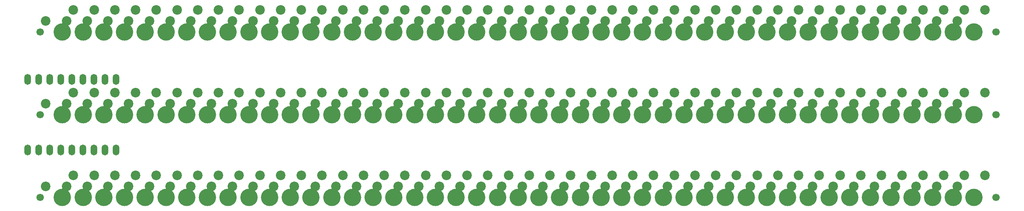
<source format=gbr>
%TF.GenerationSoftware,KiCad,Pcbnew,7.0.7*%
%TF.CreationDate,2023-09-15T12:25:31+10:00*%
%TF.ProjectId,fuckit,6675636b-6974-42e6-9b69-6361645f7063,rev?*%
%TF.SameCoordinates,Original*%
%TF.FileFunction,Soldermask,Top*%
%TF.FilePolarity,Negative*%
%FSLAX46Y46*%
G04 Gerber Fmt 4.6, Leading zero omitted, Abs format (unit mm)*
G04 Created by KiCad (PCBNEW 7.0.7) date 2023-09-15 12:25:31*
%MOMM*%
%LPD*%
G01*
G04 APERTURE LIST*
%ADD10C,1.700000*%
%ADD11C,4.000000*%
%ADD12C,2.200000*%
%ADD13O,1.500000X2.500000*%
G04 APERTURE END LIST*
D10*
%TO.C,SW106*%
X95567564Y-63361151D03*
D11*
X100647564Y-63361151D03*
D10*
X105727564Y-63361151D03*
D12*
X103187564Y-58281151D03*
X96837564Y-60821151D03*
%TD*%
D10*
%TO.C,SW38*%
X200342564Y-25261151D03*
D11*
X205422564Y-25261151D03*
D10*
X210502564Y-25261151D03*
D12*
X207962564Y-20181151D03*
X201612564Y-22721151D03*
%TD*%
D10*
%TO.C,SW105*%
X90805064Y-63361151D03*
D11*
X95885064Y-63361151D03*
D10*
X100965064Y-63361151D03*
D12*
X98425064Y-58281151D03*
X92075064Y-60821151D03*
%TD*%
D10*
%TO.C,SW113*%
X128905064Y-63361151D03*
D11*
X133985064Y-63361151D03*
D10*
X139065064Y-63361151D03*
D12*
X136525064Y-58281151D03*
X130175064Y-60821151D03*
%TD*%
D10*
%TO.C,SW28*%
X152717564Y-25261151D03*
D11*
X157797564Y-25261151D03*
D10*
X162877564Y-25261151D03*
D12*
X160337564Y-20181151D03*
X153987564Y-22721151D03*
%TD*%
D10*
%TO.C,SW127*%
X195580064Y-63361151D03*
D11*
X200660064Y-63361151D03*
D10*
X205740064Y-63361151D03*
D12*
X203200064Y-58281151D03*
X196850064Y-60821151D03*
%TD*%
D10*
%TO.C,SW76*%
X167005064Y-44311151D03*
D11*
X172085064Y-44311151D03*
D10*
X177165064Y-44311151D03*
D12*
X174625064Y-39231151D03*
X168275064Y-41771151D03*
%TD*%
D10*
%TO.C,SW62*%
X100330064Y-44311151D03*
D11*
X105410064Y-44311151D03*
D10*
X110490064Y-44311151D03*
D12*
X107950064Y-39231151D03*
X101600064Y-41771151D03*
%TD*%
D10*
%TO.C,SW91*%
X24130064Y-63361151D03*
D11*
X29210064Y-63361151D03*
D10*
X34290064Y-63361151D03*
D12*
X31750064Y-58281151D03*
X25400064Y-60821151D03*
%TD*%
D10*
%TO.C,SW131*%
X214630064Y-63361151D03*
D11*
X219710064Y-63361151D03*
D10*
X224790064Y-63361151D03*
D12*
X222250064Y-58281151D03*
X215900064Y-60821151D03*
%TD*%
D10*
%TO.C,SW120*%
X162242564Y-63361151D03*
D11*
X167322564Y-63361151D03*
D10*
X172402564Y-63361151D03*
D12*
X169862564Y-58281151D03*
X163512564Y-60821151D03*
%TD*%
D10*
%TO.C,SW68*%
X128905064Y-44311151D03*
D11*
X133985064Y-44311151D03*
D10*
X139065064Y-44311151D03*
D12*
X136525064Y-39231151D03*
X130175064Y-41771151D03*
%TD*%
D10*
%TO.C,SW27*%
X147955064Y-25261151D03*
D11*
X153035064Y-25261151D03*
D10*
X158115064Y-25261151D03*
D12*
X155575064Y-20181151D03*
X149225064Y-22721151D03*
%TD*%
D10*
%TO.C,SW114*%
X133667564Y-63361151D03*
D11*
X138747564Y-63361151D03*
D10*
X143827564Y-63361151D03*
D12*
X141287564Y-58281151D03*
X134937564Y-60821151D03*
%TD*%
D10*
%TO.C,SW12*%
X76517564Y-25261151D03*
D11*
X81597564Y-25261151D03*
D10*
X86677564Y-25261151D03*
D12*
X84137564Y-20181151D03*
X77787564Y-22721151D03*
%TD*%
D10*
%TO.C,SW59*%
X86042564Y-44311151D03*
D11*
X91122564Y-44311151D03*
D10*
X96202564Y-44311151D03*
D12*
X93662564Y-39231151D03*
X87312564Y-41771151D03*
%TD*%
D10*
%TO.C,SW52*%
X52705064Y-44311151D03*
D11*
X57785064Y-44311151D03*
D10*
X62865064Y-44311151D03*
D12*
X60325064Y-39231151D03*
X53975064Y-41771151D03*
%TD*%
D10*
%TO.C,SW129*%
X205105064Y-63361151D03*
D11*
X210185064Y-63361151D03*
D10*
X215265064Y-63361151D03*
D12*
X212725064Y-58281151D03*
X206375064Y-60821151D03*
%TD*%
D10*
%TO.C,SW33*%
X176530064Y-25261151D03*
D11*
X181610064Y-25261151D03*
D10*
X186690064Y-25261151D03*
D12*
X184150064Y-20181151D03*
X177800064Y-22721151D03*
%TD*%
D10*
%TO.C,SW56*%
X71755064Y-44311151D03*
D11*
X76835064Y-44311151D03*
D10*
X81915064Y-44311151D03*
D12*
X79375064Y-39231151D03*
X73025064Y-41771151D03*
%TD*%
D10*
%TO.C,SW45*%
X233680064Y-25261151D03*
D11*
X238760064Y-25261151D03*
D10*
X243840064Y-25261151D03*
D12*
X241300064Y-20181151D03*
X234950064Y-22721151D03*
%TD*%
D10*
%TO.C,SW118*%
X152717564Y-63361151D03*
D11*
X157797564Y-63361151D03*
D10*
X162877564Y-63361151D03*
D12*
X160337564Y-58281151D03*
X153987564Y-60821151D03*
%TD*%
D10*
%TO.C,SW87*%
X219392564Y-44311151D03*
D11*
X224472564Y-44311151D03*
D10*
X229552564Y-44311151D03*
D12*
X227012564Y-39231151D03*
X220662564Y-41771151D03*
%TD*%
D10*
%TO.C,SW22*%
X124142564Y-25261151D03*
D11*
X129222564Y-25261151D03*
D10*
X134302564Y-25261151D03*
D12*
X131762564Y-20181151D03*
X125412564Y-22721151D03*
%TD*%
D10*
%TO.C,SW14*%
X86042564Y-25261151D03*
D11*
X91122564Y-25261151D03*
D10*
X96202564Y-25261151D03*
D12*
X93662564Y-20181151D03*
X87312564Y-22721151D03*
%TD*%
D10*
%TO.C,SW97*%
X52705064Y-63361151D03*
D11*
X57785064Y-63361151D03*
D10*
X62865064Y-63361151D03*
D12*
X60325064Y-58281151D03*
X53975064Y-60821151D03*
%TD*%
D10*
%TO.C,SW128*%
X200342564Y-63361151D03*
D11*
X205422564Y-63361151D03*
D10*
X210502564Y-63361151D03*
D12*
X207962564Y-58281151D03*
X201612564Y-60821151D03*
%TD*%
D10*
%TO.C,SW36*%
X190817564Y-25261151D03*
D11*
X195897564Y-25261151D03*
D10*
X200977564Y-25261151D03*
D12*
X198437564Y-20181151D03*
X192087564Y-22721151D03*
%TD*%
D10*
%TO.C,SW84*%
X205105064Y-44311151D03*
D11*
X210185064Y-44311151D03*
D10*
X215265064Y-44311151D03*
D12*
X212725064Y-39231151D03*
X206375064Y-41771151D03*
%TD*%
D10*
%TO.C,SW73*%
X152717564Y-44311151D03*
D11*
X157797564Y-44311151D03*
D10*
X162877564Y-44311151D03*
D12*
X160337564Y-39231151D03*
X153987564Y-41771151D03*
%TD*%
D10*
%TO.C,SW83*%
X200342564Y-44311151D03*
D11*
X205422564Y-44311151D03*
D10*
X210502564Y-44311151D03*
D12*
X207962564Y-39231151D03*
X201612564Y-41771151D03*
%TD*%
D10*
%TO.C,SW134*%
X228917564Y-63361151D03*
D11*
X233997564Y-63361151D03*
D10*
X239077564Y-63361151D03*
D12*
X236537564Y-58281151D03*
X230187564Y-60821151D03*
%TD*%
D10*
%TO.C,SW125*%
X186055064Y-63361151D03*
D11*
X191135064Y-63361151D03*
D10*
X196215064Y-63361151D03*
D12*
X193675064Y-58281151D03*
X187325064Y-60821151D03*
%TD*%
D10*
%TO.C,SW69*%
X133667564Y-44311151D03*
D11*
X138747564Y-44311151D03*
D10*
X143827564Y-44311151D03*
D12*
X141287564Y-39231151D03*
X134937564Y-41771151D03*
%TD*%
D10*
%TO.C,SW2*%
X28892564Y-25261151D03*
D11*
X33972564Y-25261151D03*
D10*
X39052564Y-25261151D03*
D12*
X36512564Y-20181151D03*
X30162564Y-22721151D03*
%TD*%
D10*
%TO.C,SW51*%
X47942564Y-44311151D03*
D11*
X53022564Y-44311151D03*
D10*
X58102564Y-44311151D03*
D12*
X55562564Y-39231151D03*
X49212564Y-41771151D03*
%TD*%
D10*
%TO.C,SW26*%
X143192564Y-25261151D03*
D11*
X148272564Y-25261151D03*
D10*
X153352564Y-25261151D03*
D12*
X150812564Y-20181151D03*
X144462564Y-22721151D03*
%TD*%
D10*
%TO.C,SW8*%
X57467564Y-25261151D03*
D11*
X62547564Y-25261151D03*
D10*
X67627564Y-25261151D03*
D12*
X65087564Y-20181151D03*
X58737564Y-22721151D03*
%TD*%
D10*
%TO.C,SW30*%
X162242564Y-25261151D03*
D11*
X167322564Y-25261151D03*
D10*
X172402564Y-25261151D03*
D12*
X169862564Y-20181151D03*
X163512564Y-22721151D03*
%TD*%
D10*
%TO.C,SW58*%
X81280064Y-44311151D03*
D11*
X86360064Y-44311151D03*
D10*
X91440064Y-44311151D03*
D12*
X88900064Y-39231151D03*
X82550064Y-41771151D03*
%TD*%
D10*
%TO.C,SW102*%
X76517564Y-63361151D03*
D11*
X81597564Y-63361151D03*
D10*
X86677564Y-63361151D03*
D12*
X84137564Y-58281151D03*
X77787564Y-60821151D03*
%TD*%
D10*
%TO.C,SW133*%
X224155064Y-63361151D03*
D11*
X229235064Y-63361151D03*
D10*
X234315064Y-63361151D03*
D12*
X231775064Y-58281151D03*
X225425064Y-60821151D03*
%TD*%
D10*
%TO.C,SW9*%
X62230064Y-25261151D03*
D11*
X67310064Y-25261151D03*
D10*
X72390064Y-25261151D03*
D12*
X69850064Y-20181151D03*
X63500064Y-22721151D03*
%TD*%
D10*
%TO.C,SW98*%
X57467564Y-63361151D03*
D11*
X62547564Y-63361151D03*
D10*
X67627564Y-63361151D03*
D12*
X65087564Y-58281151D03*
X58737564Y-60821151D03*
%TD*%
D10*
%TO.C,SW48*%
X33655064Y-44311151D03*
D11*
X38735064Y-44311151D03*
D10*
X43815064Y-44311151D03*
D12*
X41275064Y-39231151D03*
X34925064Y-41771151D03*
%TD*%
D10*
%TO.C,SW126*%
X190817564Y-63361151D03*
D11*
X195897564Y-63361151D03*
D10*
X200977564Y-63361151D03*
D12*
X198437564Y-58281151D03*
X192087564Y-60821151D03*
%TD*%
D10*
%TO.C,SW60*%
X90805064Y-44311151D03*
D11*
X95885064Y-44311151D03*
D10*
X100965064Y-44311151D03*
D12*
X98425064Y-39231151D03*
X92075064Y-41771151D03*
%TD*%
D10*
%TO.C,SW5*%
X43180064Y-25261151D03*
D11*
X48260064Y-25261151D03*
D10*
X53340064Y-25261151D03*
D12*
X50800064Y-20181151D03*
X44450064Y-22721151D03*
%TD*%
D10*
%TO.C,SW66*%
X119380064Y-44311151D03*
D11*
X124460064Y-44311151D03*
D10*
X129540064Y-44311151D03*
D12*
X127000064Y-39231151D03*
X120650064Y-41771151D03*
%TD*%
D10*
%TO.C,SW112*%
X124142564Y-63361151D03*
D11*
X129222564Y-63361151D03*
D10*
X134302564Y-63361151D03*
D12*
X131762564Y-58281151D03*
X125412564Y-60821151D03*
%TD*%
D10*
%TO.C,SW77*%
X171767564Y-44311151D03*
D11*
X176847564Y-44311151D03*
D10*
X181927564Y-44311151D03*
D12*
X179387564Y-39231151D03*
X173037564Y-41771151D03*
%TD*%
D10*
%TO.C,SW74*%
X157480064Y-44311151D03*
D11*
X162560064Y-44311151D03*
D10*
X167640064Y-44311151D03*
D12*
X165100064Y-39231151D03*
X158750064Y-41771151D03*
%TD*%
D10*
%TO.C,SW116*%
X143192564Y-63361151D03*
D11*
X148272564Y-63361151D03*
D10*
X153352564Y-63361151D03*
D12*
X150812564Y-58281151D03*
X144462564Y-60821151D03*
%TD*%
D10*
%TO.C,SW110*%
X114617564Y-63361151D03*
D11*
X119697564Y-63361151D03*
D10*
X124777564Y-63361151D03*
D12*
X122237564Y-58281151D03*
X115887564Y-60821151D03*
%TD*%
D10*
%TO.C,SW39*%
X205105064Y-25261151D03*
D11*
X210185064Y-25261151D03*
D10*
X215265064Y-25261151D03*
D12*
X212725064Y-20181151D03*
X206375064Y-22721151D03*
%TD*%
D10*
%TO.C,SW43*%
X224155064Y-25261151D03*
D11*
X229235064Y-25261151D03*
D10*
X234315064Y-25261151D03*
D12*
X231775064Y-20181151D03*
X225425064Y-22721151D03*
%TD*%
D10*
%TO.C,SW3*%
X33655064Y-25261151D03*
D11*
X38735064Y-25261151D03*
D10*
X43815064Y-25261151D03*
D12*
X41275064Y-20181151D03*
X34925064Y-22721151D03*
%TD*%
D10*
%TO.C,SW96*%
X47942564Y-63361151D03*
D11*
X53022564Y-63361151D03*
D10*
X58102564Y-63361151D03*
D12*
X55562564Y-58281151D03*
X49212564Y-60821151D03*
%TD*%
D10*
%TO.C,SW115*%
X138430064Y-63361151D03*
D11*
X143510064Y-63361151D03*
D10*
X148590064Y-63361151D03*
D12*
X146050064Y-58281151D03*
X139700064Y-60821151D03*
%TD*%
D10*
%TO.C,SW53*%
X57467564Y-44311151D03*
D11*
X62547564Y-44311151D03*
D10*
X67627564Y-44311151D03*
D12*
X65087564Y-39231151D03*
X58737564Y-41771151D03*
%TD*%
D10*
%TO.C,SW44*%
X228917564Y-25261151D03*
D11*
X233997564Y-25261151D03*
D10*
X239077564Y-25261151D03*
D12*
X236537564Y-20181151D03*
X230187564Y-22721151D03*
%TD*%
D10*
%TO.C,SW1*%
X24130064Y-25261151D03*
D11*
X29210064Y-25261151D03*
D10*
X34290064Y-25261151D03*
D12*
X31750064Y-20181151D03*
X25400064Y-22721151D03*
%TD*%
D10*
%TO.C,SW42*%
X219392564Y-25261151D03*
D11*
X224472564Y-25261151D03*
D10*
X229552564Y-25261151D03*
D12*
X227012564Y-20181151D03*
X220662564Y-22721151D03*
%TD*%
D10*
%TO.C,SW21*%
X119380064Y-25261151D03*
D11*
X124460064Y-25261151D03*
D10*
X129540064Y-25261151D03*
D12*
X127000064Y-20181151D03*
X120650064Y-22721151D03*
%TD*%
D10*
%TO.C,SW11*%
X71755064Y-25261151D03*
D11*
X76835064Y-25261151D03*
D10*
X81915064Y-25261151D03*
D12*
X79375064Y-20181151D03*
X73025064Y-22721151D03*
%TD*%
D10*
%TO.C,SW99*%
X62230064Y-63361151D03*
D11*
X67310064Y-63361151D03*
D10*
X72390064Y-63361151D03*
D12*
X69850064Y-58281151D03*
X63500064Y-60821151D03*
%TD*%
D10*
%TO.C,SW24*%
X133667564Y-25261151D03*
D11*
X138747564Y-25261151D03*
D10*
X143827564Y-25261151D03*
D12*
X141287564Y-20181151D03*
X134937564Y-22721151D03*
%TD*%
D10*
%TO.C,SW13*%
X81280064Y-25261151D03*
D11*
X86360064Y-25261151D03*
D10*
X91440064Y-25261151D03*
D12*
X88900064Y-20181151D03*
X82550064Y-22721151D03*
%TD*%
D10*
%TO.C,SW10*%
X66992564Y-25261151D03*
D11*
X72072564Y-25261151D03*
D10*
X77152564Y-25261151D03*
D12*
X74612564Y-20181151D03*
X68262564Y-22721151D03*
%TD*%
D10*
%TO.C,SW104*%
X86042564Y-63361151D03*
D11*
X91122564Y-63361151D03*
D10*
X96202564Y-63361151D03*
D12*
X93662564Y-58281151D03*
X87312564Y-60821151D03*
%TD*%
D10*
%TO.C,SW63*%
X105092564Y-44311151D03*
D11*
X110172564Y-44311151D03*
D10*
X115252564Y-44311151D03*
D12*
X112712564Y-39231151D03*
X106362564Y-41771151D03*
%TD*%
D10*
%TO.C,SW37*%
X195580064Y-25261151D03*
D11*
X200660064Y-25261151D03*
D10*
X205740064Y-25261151D03*
D12*
X203200064Y-20181151D03*
X196850064Y-22721151D03*
%TD*%
D10*
%TO.C,SW31*%
X167005064Y-25261151D03*
D11*
X172085064Y-25261151D03*
D10*
X177165064Y-25261151D03*
D12*
X174625064Y-20181151D03*
X168275064Y-22721151D03*
%TD*%
D10*
%TO.C,SW17*%
X100330064Y-25261151D03*
D11*
X105410064Y-25261151D03*
D10*
X110490064Y-25261151D03*
D12*
X107950064Y-20181151D03*
X101600064Y-22721151D03*
%TD*%
D10*
%TO.C,SW86*%
X214630064Y-44311151D03*
D11*
X219710064Y-44311151D03*
D10*
X224790064Y-44311151D03*
D12*
X222250064Y-39231151D03*
X215900064Y-41771151D03*
%TD*%
D10*
%TO.C,SW41*%
X214630064Y-25261151D03*
D11*
X219710064Y-25261151D03*
D10*
X224790064Y-25261151D03*
D12*
X222250064Y-20181151D03*
X215900064Y-22721151D03*
%TD*%
D10*
%TO.C,SW122*%
X171767564Y-63361151D03*
D11*
X176847564Y-63361151D03*
D10*
X181927564Y-63361151D03*
D12*
X179387564Y-58281151D03*
X173037564Y-60821151D03*
%TD*%
D10*
%TO.C,SW89*%
X228917564Y-44311151D03*
D11*
X233997564Y-44311151D03*
D10*
X239077564Y-44311151D03*
D12*
X236537564Y-39231151D03*
X230187564Y-41771151D03*
%TD*%
D10*
%TO.C,SW72*%
X147955064Y-44311151D03*
D11*
X153035064Y-44311151D03*
D10*
X158115064Y-44311151D03*
D12*
X155575064Y-39231151D03*
X149225064Y-41771151D03*
%TD*%
D10*
%TO.C,SW80*%
X186055064Y-44311151D03*
D11*
X191135064Y-44311151D03*
D10*
X196215064Y-44311151D03*
D12*
X193675064Y-39231151D03*
X187325064Y-41771151D03*
%TD*%
D10*
%TO.C,SW67*%
X124142564Y-44311151D03*
D11*
X129222564Y-44311151D03*
D10*
X134302564Y-44311151D03*
D12*
X131762564Y-39231151D03*
X125412564Y-41771151D03*
%TD*%
D10*
%TO.C,SW25*%
X138430064Y-25261151D03*
D11*
X143510064Y-25261151D03*
D10*
X148590064Y-25261151D03*
D12*
X146050064Y-20181151D03*
X139700064Y-22721151D03*
%TD*%
D10*
%TO.C,SW90*%
X233680064Y-44311151D03*
D11*
X238760064Y-44311151D03*
D10*
X243840064Y-44311151D03*
D12*
X241300064Y-39231151D03*
X234950064Y-41771151D03*
%TD*%
D10*
%TO.C,SW100*%
X66992564Y-63361151D03*
D11*
X72072564Y-63361151D03*
D10*
X77152564Y-63361151D03*
D12*
X74612564Y-58281151D03*
X68262564Y-60821151D03*
%TD*%
D10*
%TO.C,SW94*%
X38417564Y-63361151D03*
D11*
X43497564Y-63361151D03*
D10*
X48577564Y-63361151D03*
D12*
X46037564Y-58281151D03*
X39687564Y-60821151D03*
%TD*%
D10*
%TO.C,SW57*%
X76517564Y-44311151D03*
D11*
X81597564Y-44311151D03*
D10*
X86677564Y-44311151D03*
D12*
X84137564Y-39231151D03*
X77787564Y-41771151D03*
%TD*%
D10*
%TO.C,SW29*%
X157480064Y-25261151D03*
D11*
X162560064Y-25261151D03*
D10*
X167640064Y-25261151D03*
D12*
X165100064Y-20181151D03*
X158750064Y-22721151D03*
%TD*%
D10*
%TO.C,SW107*%
X100330064Y-63361151D03*
D11*
X105410064Y-63361151D03*
D10*
X110490064Y-63361151D03*
D12*
X107950064Y-58281151D03*
X101600064Y-60821151D03*
%TD*%
D10*
%TO.C,SW18*%
X105092564Y-25261151D03*
D11*
X110172564Y-25261151D03*
D10*
X115252564Y-25261151D03*
D12*
X112712564Y-20181151D03*
X106362564Y-22721151D03*
%TD*%
D10*
%TO.C,SW46*%
X24130064Y-44311151D03*
D11*
X29210064Y-44311151D03*
D10*
X34290064Y-44311151D03*
D12*
X31750064Y-39231151D03*
X25400064Y-41771151D03*
%TD*%
D10*
%TO.C,SW132*%
X219392564Y-63361151D03*
D11*
X224472564Y-63361151D03*
D10*
X229552564Y-63361151D03*
D12*
X227012564Y-58281151D03*
X220662564Y-60821151D03*
%TD*%
D10*
%TO.C,SW7*%
X52705064Y-25261151D03*
D11*
X57785064Y-25261151D03*
D10*
X62865064Y-25261151D03*
D12*
X60325064Y-20181151D03*
X53975064Y-22721151D03*
%TD*%
D10*
%TO.C,SW35*%
X186055064Y-25261151D03*
D11*
X191135064Y-25261151D03*
D10*
X196215064Y-25261151D03*
D12*
X193675064Y-20181151D03*
X187325064Y-22721151D03*
%TD*%
D10*
%TO.C,SW123*%
X176530064Y-63361151D03*
D11*
X181610064Y-63361151D03*
D10*
X186690064Y-63361151D03*
D12*
X184150064Y-58281151D03*
X177800064Y-60821151D03*
%TD*%
D10*
%TO.C,SW4*%
X38417564Y-25261151D03*
D11*
X43497564Y-25261151D03*
D10*
X48577564Y-25261151D03*
D12*
X46037564Y-20181151D03*
X39687564Y-22721151D03*
%TD*%
D10*
%TO.C,SW6*%
X47942564Y-25261151D03*
D11*
X53022564Y-25261151D03*
D10*
X58102564Y-25261151D03*
D12*
X55562564Y-20181151D03*
X49212564Y-22721151D03*
%TD*%
D10*
%TO.C,SW49*%
X38417564Y-44311151D03*
D11*
X43497564Y-44311151D03*
D10*
X48577564Y-44311151D03*
D12*
X46037564Y-39231151D03*
X39687564Y-41771151D03*
%TD*%
D10*
%TO.C,SW111*%
X119380064Y-63361151D03*
D11*
X124460064Y-63361151D03*
D10*
X129540064Y-63361151D03*
D12*
X127000064Y-58281151D03*
X120650064Y-60821151D03*
%TD*%
D10*
%TO.C,SW124*%
X181292564Y-63361151D03*
D11*
X186372564Y-63361151D03*
D10*
X191452564Y-63361151D03*
D12*
X188912564Y-58281151D03*
X182562564Y-60821151D03*
%TD*%
D10*
%TO.C,SW95*%
X43180064Y-63361151D03*
D11*
X48260064Y-63361151D03*
D10*
X53340064Y-63361151D03*
D12*
X50800064Y-58281151D03*
X44450064Y-60821151D03*
%TD*%
D10*
%TO.C,SW108*%
X105092564Y-63361151D03*
D11*
X110172564Y-63361151D03*
D10*
X115252564Y-63361151D03*
D12*
X112712564Y-58281151D03*
X106362564Y-60821151D03*
%TD*%
D10*
%TO.C,SW82*%
X195580064Y-44311151D03*
D11*
X200660064Y-44311151D03*
D10*
X205740064Y-44311151D03*
D12*
X203200064Y-39231151D03*
X196850064Y-41771151D03*
%TD*%
D10*
%TO.C,SW47*%
X28892564Y-44311151D03*
D11*
X33972564Y-44311151D03*
D10*
X39052564Y-44311151D03*
D12*
X36512564Y-39231151D03*
X30162564Y-41771151D03*
%TD*%
D10*
%TO.C,SW19*%
X109855064Y-25261151D03*
D11*
X114935064Y-25261151D03*
D10*
X120015064Y-25261151D03*
D12*
X117475064Y-20181151D03*
X111125064Y-22721151D03*
%TD*%
D10*
%TO.C,SW88*%
X224155064Y-44311151D03*
D11*
X229235064Y-44311151D03*
D10*
X234315064Y-44311151D03*
D12*
X231775064Y-39231151D03*
X225425064Y-41771151D03*
%TD*%
D10*
%TO.C,SW119*%
X157480064Y-63361151D03*
D11*
X162560064Y-63361151D03*
D10*
X167640064Y-63361151D03*
D12*
X165100064Y-58281151D03*
X158750064Y-60821151D03*
%TD*%
D10*
%TO.C,SW34*%
X181292564Y-25261151D03*
D11*
X186372564Y-25261151D03*
D10*
X191452564Y-25261151D03*
D12*
X188912564Y-20181151D03*
X182562564Y-22721151D03*
%TD*%
D10*
%TO.C,SW85*%
X209867564Y-44311151D03*
D11*
X214947564Y-44311151D03*
D10*
X220027564Y-44311151D03*
D12*
X217487564Y-39231151D03*
X211137564Y-41771151D03*
%TD*%
D10*
%TO.C,SW54*%
X62230064Y-44311151D03*
D11*
X67310064Y-44311151D03*
D10*
X72390064Y-44311151D03*
D12*
X69850064Y-39231151D03*
X63500064Y-41771151D03*
%TD*%
D10*
%TO.C,SW92*%
X28892564Y-63361151D03*
D11*
X33972564Y-63361151D03*
D10*
X39052564Y-63361151D03*
D12*
X36512564Y-58281151D03*
X30162564Y-60821151D03*
%TD*%
D10*
%TO.C,SW117*%
X147955064Y-63361151D03*
D11*
X153035064Y-63361151D03*
D10*
X158115064Y-63361151D03*
D12*
X155575064Y-58281151D03*
X149225064Y-60821151D03*
%TD*%
D10*
%TO.C,SW109*%
X109855064Y-63361151D03*
D11*
X114935064Y-63361151D03*
D10*
X120015064Y-63361151D03*
D12*
X117475064Y-58281151D03*
X111125064Y-60821151D03*
%TD*%
D10*
%TO.C,SW101*%
X71755064Y-63361151D03*
D11*
X76835064Y-63361151D03*
D10*
X81915064Y-63361151D03*
D12*
X79375064Y-58281151D03*
X73025064Y-60821151D03*
%TD*%
D10*
%TO.C,SW93*%
X33655064Y-63361151D03*
D11*
X38735064Y-63361151D03*
D10*
X43815064Y-63361151D03*
D12*
X41275064Y-58281151D03*
X34925064Y-60821151D03*
%TD*%
D10*
%TO.C,SW50*%
X43180064Y-44311151D03*
D11*
X48260064Y-44311151D03*
D10*
X53340064Y-44311151D03*
D12*
X50800064Y-39231151D03*
X44450064Y-41771151D03*
%TD*%
D10*
%TO.C,SW81*%
X190817564Y-44311151D03*
D11*
X195897564Y-44311151D03*
D10*
X200977564Y-44311151D03*
D12*
X198437564Y-39231151D03*
X192087564Y-41771151D03*
%TD*%
D10*
%TO.C,SW16*%
X95567564Y-25261151D03*
D11*
X100647564Y-25261151D03*
D10*
X105727564Y-25261151D03*
D12*
X103187564Y-20181151D03*
X96837564Y-22721151D03*
%TD*%
D10*
%TO.C,SW40*%
X209867564Y-25261151D03*
D11*
X214947564Y-25261151D03*
D10*
X220027564Y-25261151D03*
D12*
X217487564Y-20181151D03*
X211137564Y-22721151D03*
%TD*%
D10*
%TO.C,SW20*%
X114617564Y-25261151D03*
D11*
X119697564Y-25261151D03*
D10*
X124777564Y-25261151D03*
D12*
X122237564Y-20181151D03*
X115887564Y-22721151D03*
%TD*%
D10*
%TO.C,SW55*%
X66992564Y-44311151D03*
D11*
X72072564Y-44311151D03*
D10*
X77152564Y-44311151D03*
D12*
X74612564Y-39231151D03*
X68262564Y-41771151D03*
%TD*%
D10*
%TO.C,SW23*%
X128905064Y-25261151D03*
D11*
X133985064Y-25261151D03*
D10*
X139065064Y-25261151D03*
D12*
X136525064Y-20181151D03*
X130175064Y-22721151D03*
%TD*%
D10*
%TO.C,SW103*%
X81280064Y-63361151D03*
D11*
X86360064Y-63361151D03*
D10*
X91440064Y-63361151D03*
D12*
X88900064Y-58281151D03*
X82550064Y-60821151D03*
%TD*%
D10*
%TO.C,SW75*%
X162242564Y-44311151D03*
D11*
X167322564Y-44311151D03*
D10*
X172402564Y-44311151D03*
D12*
X169862564Y-39231151D03*
X163512564Y-41771151D03*
%TD*%
D10*
%TO.C,SW71*%
X143192564Y-44311151D03*
D11*
X148272564Y-44311151D03*
D10*
X153352564Y-44311151D03*
D12*
X150812564Y-39231151D03*
X144462564Y-41771151D03*
%TD*%
D10*
%TO.C,SW70*%
X138430064Y-44311151D03*
D11*
X143510064Y-44311151D03*
D10*
X148590064Y-44311151D03*
D12*
X146050064Y-39231151D03*
X139700064Y-41771151D03*
%TD*%
D10*
%TO.C,SW61*%
X95567564Y-44311151D03*
D11*
X100647564Y-44311151D03*
D10*
X105727564Y-44311151D03*
D12*
X103187564Y-39231151D03*
X96837564Y-41771151D03*
%TD*%
D10*
%TO.C,SW121*%
X167005064Y-63361151D03*
D11*
X172085064Y-63361151D03*
D10*
X177165064Y-63361151D03*
D12*
X174625064Y-58281151D03*
X168275064Y-60821151D03*
%TD*%
D10*
%TO.C,SW79*%
X181292564Y-44311151D03*
D11*
X186372564Y-44311151D03*
D10*
X191452564Y-44311151D03*
D12*
X188912564Y-39231151D03*
X182562564Y-41771151D03*
%TD*%
D10*
%TO.C,SW64*%
X109855064Y-44311151D03*
D11*
X114935064Y-44311151D03*
D10*
X120015064Y-44311151D03*
D12*
X117475064Y-39231151D03*
X111125064Y-41771151D03*
%TD*%
D10*
%TO.C,SW65*%
X114617564Y-44311151D03*
D11*
X119697564Y-44311151D03*
D10*
X124777564Y-44311151D03*
D12*
X122237564Y-39231151D03*
X115887564Y-41771151D03*
%TD*%
D10*
%TO.C,SW130*%
X209867564Y-63361151D03*
D11*
X214947564Y-63361151D03*
D10*
X220027564Y-63361151D03*
D12*
X217487564Y-58281151D03*
X211137564Y-60821151D03*
%TD*%
D10*
%TO.C,SW32*%
X171767564Y-25261151D03*
D11*
X176847564Y-25261151D03*
D10*
X181927564Y-25261151D03*
D12*
X179387564Y-20181151D03*
X173037564Y-22721151D03*
%TD*%
D10*
%TO.C,SW15*%
X90805064Y-25261151D03*
D11*
X95885064Y-25261151D03*
D10*
X100965064Y-25261151D03*
D12*
X98425064Y-20181151D03*
X92075064Y-22721151D03*
%TD*%
D10*
%TO.C,SW135*%
X233680064Y-63361151D03*
D11*
X238760064Y-63361151D03*
D10*
X243840064Y-63361151D03*
D12*
X241300064Y-58281151D03*
X234950064Y-60821151D03*
%TD*%
D10*
%TO.C,SW78*%
X176530064Y-44311151D03*
D11*
X181610064Y-44311151D03*
D10*
X186690064Y-44311151D03*
D12*
X184150064Y-39231151D03*
X177800064Y-41771151D03*
%TD*%
D13*
%TO.C,U1*%
X21232866Y-52451030D03*
X23772866Y-52451030D03*
X26312866Y-52451030D03*
X28852866Y-52451030D03*
X31392866Y-52451030D03*
X33932866Y-52451030D03*
X36472866Y-52451030D03*
X39012866Y-52451030D03*
X41552866Y-52451030D03*
X41552866Y-36211030D03*
X39012866Y-36211030D03*
X36472866Y-36211030D03*
X33932866Y-36211030D03*
X31392866Y-36211030D03*
X28852866Y-36211030D03*
X26312866Y-36211030D03*
X23772866Y-36211030D03*
X21232866Y-36211030D03*
%TD*%
M02*

</source>
